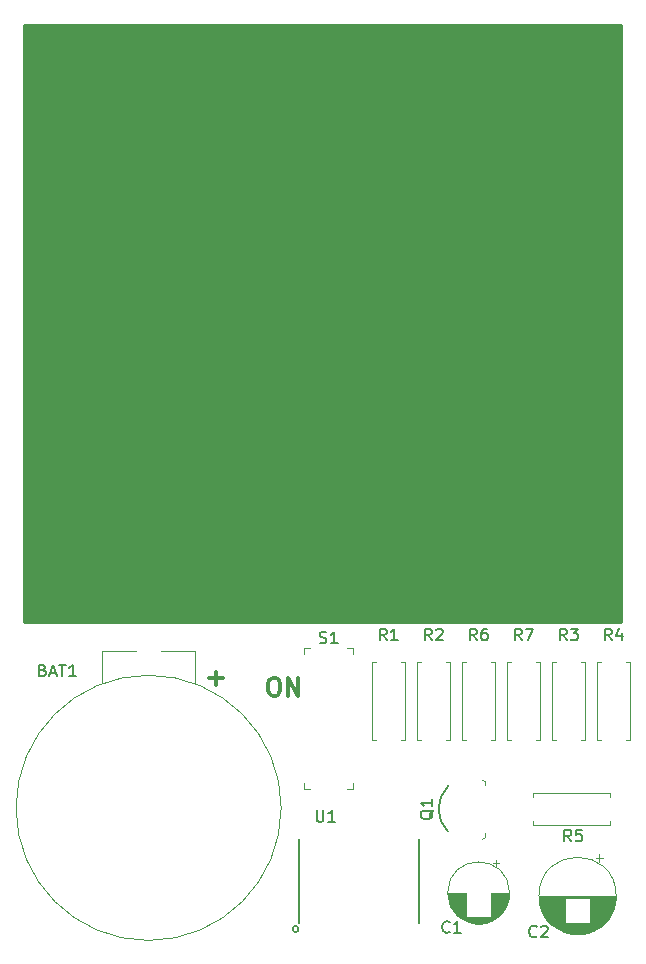
<source format=gto>
G04 #@! TF.GenerationSoftware,KiCad,Pcbnew,(5.0.2)-1*
G04 #@! TF.CreationDate,2019-01-01T16:04:13-08:00*
G04 #@! TF.ProjectId,555_Badge,3535355f-4261-4646-9765-2e6b69636164,v01*
G04 #@! TF.SameCoordinates,Original*
G04 #@! TF.FileFunction,Legend,Top*
G04 #@! TF.FilePolarity,Positive*
%FSLAX46Y46*%
G04 Gerber Fmt 4.6, Leading zero omitted, Abs format (unit mm)*
G04 Created by KiCad (PCBNEW (5.0.2)-1) date 1/1/2019 4:04:13 PM*
%MOMM*%
%LPD*%
G01*
G04 APERTURE LIST*
%ADD10C,0.300000*%
%ADD11C,0.100000*%
%ADD12C,0.120000*%
%ADD13C,0.150000*%
%ADD14C,0.203200*%
%ADD15C,0.254000*%
G04 APERTURE END LIST*
D10*
X149693428Y-103699571D02*
X149979142Y-103699571D01*
X150122000Y-103771000D01*
X150264857Y-103913857D01*
X150336285Y-104199571D01*
X150336285Y-104699571D01*
X150264857Y-104985285D01*
X150122000Y-105128142D01*
X149979142Y-105199571D01*
X149693428Y-105199571D01*
X149550571Y-105128142D01*
X149407714Y-104985285D01*
X149336285Y-104699571D01*
X149336285Y-104199571D01*
X149407714Y-103913857D01*
X149550571Y-103771000D01*
X149693428Y-103699571D01*
X150979142Y-105199571D02*
X150979142Y-103699571D01*
X151836285Y-105199571D01*
X151836285Y-103699571D01*
X144335571Y-103739142D02*
X145478428Y-103739142D01*
X144907000Y-104310571D02*
X144907000Y-103167714D01*
D11*
G04 #@! TO.C,BAT1*
X143103600Y-101396800D02*
X140258800Y-101396800D01*
X135280400Y-101396800D02*
X138125200Y-101396800D01*
X143103600Y-104140000D02*
X143103600Y-101396800D01*
X135280400Y-104140000D02*
X135280400Y-101396800D01*
X150418800Y-114706400D02*
G75*
G03X150418800Y-114706400I-11226800J0D01*
G01*
D12*
G04 #@! TO.C,C1*
X169752000Y-121904000D02*
G75*
G03X169752000Y-121904000I-2620000J0D01*
G01*
X166092000Y-121904000D02*
X164552000Y-121904000D01*
X169712000Y-121904000D02*
X168172000Y-121904000D01*
X166092000Y-121944000D02*
X164552000Y-121944000D01*
X169712000Y-121944000D02*
X168172000Y-121944000D01*
X169711000Y-121984000D02*
X168172000Y-121984000D01*
X166092000Y-121984000D02*
X164553000Y-121984000D01*
X169710000Y-122024000D02*
X168172000Y-122024000D01*
X166092000Y-122024000D02*
X164554000Y-122024000D01*
X169708000Y-122064000D02*
X168172000Y-122064000D01*
X166092000Y-122064000D02*
X164556000Y-122064000D01*
X169705000Y-122104000D02*
X168172000Y-122104000D01*
X166092000Y-122104000D02*
X164559000Y-122104000D01*
X169701000Y-122144000D02*
X168172000Y-122144000D01*
X166092000Y-122144000D02*
X164563000Y-122144000D01*
X169697000Y-122184000D02*
X168172000Y-122184000D01*
X166092000Y-122184000D02*
X164567000Y-122184000D01*
X169693000Y-122224000D02*
X168172000Y-122224000D01*
X166092000Y-122224000D02*
X164571000Y-122224000D01*
X169688000Y-122264000D02*
X168172000Y-122264000D01*
X166092000Y-122264000D02*
X164576000Y-122264000D01*
X169682000Y-122304000D02*
X168172000Y-122304000D01*
X166092000Y-122304000D02*
X164582000Y-122304000D01*
X169675000Y-122344000D02*
X168172000Y-122344000D01*
X166092000Y-122344000D02*
X164589000Y-122344000D01*
X169668000Y-122384000D02*
X168172000Y-122384000D01*
X166092000Y-122384000D02*
X164596000Y-122384000D01*
X169660000Y-122424000D02*
X168172000Y-122424000D01*
X166092000Y-122424000D02*
X164604000Y-122424000D01*
X169652000Y-122464000D02*
X168172000Y-122464000D01*
X166092000Y-122464000D02*
X164612000Y-122464000D01*
X169643000Y-122504000D02*
X168172000Y-122504000D01*
X166092000Y-122504000D02*
X164621000Y-122504000D01*
X169633000Y-122544000D02*
X168172000Y-122544000D01*
X166092000Y-122544000D02*
X164631000Y-122544000D01*
X169623000Y-122584000D02*
X168172000Y-122584000D01*
X166092000Y-122584000D02*
X164641000Y-122584000D01*
X169612000Y-122625000D02*
X168172000Y-122625000D01*
X166092000Y-122625000D02*
X164652000Y-122625000D01*
X169600000Y-122665000D02*
X168172000Y-122665000D01*
X166092000Y-122665000D02*
X164664000Y-122665000D01*
X169587000Y-122705000D02*
X168172000Y-122705000D01*
X166092000Y-122705000D02*
X164677000Y-122705000D01*
X169574000Y-122745000D02*
X168172000Y-122745000D01*
X166092000Y-122745000D02*
X164690000Y-122745000D01*
X169560000Y-122785000D02*
X168172000Y-122785000D01*
X166092000Y-122785000D02*
X164704000Y-122785000D01*
X169546000Y-122825000D02*
X168172000Y-122825000D01*
X166092000Y-122825000D02*
X164718000Y-122825000D01*
X169530000Y-122865000D02*
X168172000Y-122865000D01*
X166092000Y-122865000D02*
X164734000Y-122865000D01*
X169514000Y-122905000D02*
X168172000Y-122905000D01*
X166092000Y-122905000D02*
X164750000Y-122905000D01*
X169497000Y-122945000D02*
X168172000Y-122945000D01*
X166092000Y-122945000D02*
X164767000Y-122945000D01*
X169480000Y-122985000D02*
X168172000Y-122985000D01*
X166092000Y-122985000D02*
X164784000Y-122985000D01*
X169461000Y-123025000D02*
X168172000Y-123025000D01*
X166092000Y-123025000D02*
X164803000Y-123025000D01*
X169442000Y-123065000D02*
X168172000Y-123065000D01*
X166092000Y-123065000D02*
X164822000Y-123065000D01*
X169422000Y-123105000D02*
X168172000Y-123105000D01*
X166092000Y-123105000D02*
X164842000Y-123105000D01*
X169400000Y-123145000D02*
X168172000Y-123145000D01*
X166092000Y-123145000D02*
X164864000Y-123145000D01*
X169379000Y-123185000D02*
X168172000Y-123185000D01*
X166092000Y-123185000D02*
X164885000Y-123185000D01*
X169356000Y-123225000D02*
X168172000Y-123225000D01*
X166092000Y-123225000D02*
X164908000Y-123225000D01*
X169332000Y-123265000D02*
X168172000Y-123265000D01*
X166092000Y-123265000D02*
X164932000Y-123265000D01*
X169307000Y-123305000D02*
X168172000Y-123305000D01*
X166092000Y-123305000D02*
X164957000Y-123305000D01*
X169281000Y-123345000D02*
X168172000Y-123345000D01*
X166092000Y-123345000D02*
X164983000Y-123345000D01*
X169254000Y-123385000D02*
X168172000Y-123385000D01*
X166092000Y-123385000D02*
X165010000Y-123385000D01*
X169227000Y-123425000D02*
X168172000Y-123425000D01*
X166092000Y-123425000D02*
X165037000Y-123425000D01*
X169197000Y-123465000D02*
X168172000Y-123465000D01*
X166092000Y-123465000D02*
X165067000Y-123465000D01*
X169167000Y-123505000D02*
X168172000Y-123505000D01*
X166092000Y-123505000D02*
X165097000Y-123505000D01*
X169136000Y-123545000D02*
X168172000Y-123545000D01*
X166092000Y-123545000D02*
X165128000Y-123545000D01*
X169103000Y-123585000D02*
X168172000Y-123585000D01*
X166092000Y-123585000D02*
X165161000Y-123585000D01*
X169069000Y-123625000D02*
X168172000Y-123625000D01*
X166092000Y-123625000D02*
X165195000Y-123625000D01*
X169033000Y-123665000D02*
X168172000Y-123665000D01*
X166092000Y-123665000D02*
X165231000Y-123665000D01*
X168996000Y-123705000D02*
X168172000Y-123705000D01*
X166092000Y-123705000D02*
X165268000Y-123705000D01*
X168958000Y-123745000D02*
X168172000Y-123745000D01*
X166092000Y-123745000D02*
X165306000Y-123745000D01*
X168917000Y-123785000D02*
X168172000Y-123785000D01*
X166092000Y-123785000D02*
X165347000Y-123785000D01*
X168875000Y-123825000D02*
X168172000Y-123825000D01*
X166092000Y-123825000D02*
X165389000Y-123825000D01*
X168831000Y-123865000D02*
X168172000Y-123865000D01*
X166092000Y-123865000D02*
X165433000Y-123865000D01*
X168785000Y-123905000D02*
X168172000Y-123905000D01*
X166092000Y-123905000D02*
X165479000Y-123905000D01*
X168737000Y-123945000D02*
X165527000Y-123945000D01*
X168686000Y-123985000D02*
X165578000Y-123985000D01*
X168632000Y-124025000D02*
X165632000Y-124025000D01*
X168575000Y-124065000D02*
X165689000Y-124065000D01*
X168515000Y-124105000D02*
X165749000Y-124105000D01*
X168451000Y-124145000D02*
X165813000Y-124145000D01*
X168383000Y-124185000D02*
X165881000Y-124185000D01*
X168310000Y-124225000D02*
X165954000Y-124225000D01*
X168230000Y-124265000D02*
X166034000Y-124265000D01*
X168143000Y-124305000D02*
X166121000Y-124305000D01*
X168047000Y-124345000D02*
X166217000Y-124345000D01*
X167937000Y-124385000D02*
X166327000Y-124385000D01*
X167809000Y-124425000D02*
X166455000Y-124425000D01*
X167650000Y-124465000D02*
X166614000Y-124465000D01*
X167416000Y-124505000D02*
X166848000Y-124505000D01*
X168607000Y-119099225D02*
X168607000Y-119599225D01*
X168857000Y-119349225D02*
X168357000Y-119349225D01*
G04 #@! TO.C,C2*
X178784000Y-122154000D02*
G75*
G03X178784000Y-122154000I-3270000J0D01*
G01*
X178744000Y-122154000D02*
X172284000Y-122154000D01*
X178744000Y-122194000D02*
X172284000Y-122194000D01*
X178744000Y-122234000D02*
X172284000Y-122234000D01*
X178742000Y-122274000D02*
X172286000Y-122274000D01*
X178741000Y-122314000D02*
X172287000Y-122314000D01*
X178738000Y-122354000D02*
X172290000Y-122354000D01*
X178736000Y-122394000D02*
X176554000Y-122394000D01*
X174474000Y-122394000D02*
X172292000Y-122394000D01*
X178732000Y-122434000D02*
X176554000Y-122434000D01*
X174474000Y-122434000D02*
X172296000Y-122434000D01*
X178729000Y-122474000D02*
X176554000Y-122474000D01*
X174474000Y-122474000D02*
X172299000Y-122474000D01*
X178725000Y-122514000D02*
X176554000Y-122514000D01*
X174474000Y-122514000D02*
X172303000Y-122514000D01*
X178720000Y-122554000D02*
X176554000Y-122554000D01*
X174474000Y-122554000D02*
X172308000Y-122554000D01*
X178715000Y-122594000D02*
X176554000Y-122594000D01*
X174474000Y-122594000D02*
X172313000Y-122594000D01*
X178709000Y-122634000D02*
X176554000Y-122634000D01*
X174474000Y-122634000D02*
X172319000Y-122634000D01*
X178703000Y-122674000D02*
X176554000Y-122674000D01*
X174474000Y-122674000D02*
X172325000Y-122674000D01*
X178696000Y-122714000D02*
X176554000Y-122714000D01*
X174474000Y-122714000D02*
X172332000Y-122714000D01*
X178689000Y-122754000D02*
X176554000Y-122754000D01*
X174474000Y-122754000D02*
X172339000Y-122754000D01*
X178681000Y-122794000D02*
X176554000Y-122794000D01*
X174474000Y-122794000D02*
X172347000Y-122794000D01*
X178673000Y-122834000D02*
X176554000Y-122834000D01*
X174474000Y-122834000D02*
X172355000Y-122834000D01*
X178664000Y-122875000D02*
X176554000Y-122875000D01*
X174474000Y-122875000D02*
X172364000Y-122875000D01*
X178655000Y-122915000D02*
X176554000Y-122915000D01*
X174474000Y-122915000D02*
X172373000Y-122915000D01*
X178645000Y-122955000D02*
X176554000Y-122955000D01*
X174474000Y-122955000D02*
X172383000Y-122955000D01*
X178635000Y-122995000D02*
X176554000Y-122995000D01*
X174474000Y-122995000D02*
X172393000Y-122995000D01*
X178624000Y-123035000D02*
X176554000Y-123035000D01*
X174474000Y-123035000D02*
X172404000Y-123035000D01*
X178612000Y-123075000D02*
X176554000Y-123075000D01*
X174474000Y-123075000D02*
X172416000Y-123075000D01*
X178600000Y-123115000D02*
X176554000Y-123115000D01*
X174474000Y-123115000D02*
X172428000Y-123115000D01*
X178588000Y-123155000D02*
X176554000Y-123155000D01*
X174474000Y-123155000D02*
X172440000Y-123155000D01*
X178575000Y-123195000D02*
X176554000Y-123195000D01*
X174474000Y-123195000D02*
X172453000Y-123195000D01*
X178561000Y-123235000D02*
X176554000Y-123235000D01*
X174474000Y-123235000D02*
X172467000Y-123235000D01*
X178547000Y-123275000D02*
X176554000Y-123275000D01*
X174474000Y-123275000D02*
X172481000Y-123275000D01*
X178532000Y-123315000D02*
X176554000Y-123315000D01*
X174474000Y-123315000D02*
X172496000Y-123315000D01*
X178516000Y-123355000D02*
X176554000Y-123355000D01*
X174474000Y-123355000D02*
X172512000Y-123355000D01*
X178500000Y-123395000D02*
X176554000Y-123395000D01*
X174474000Y-123395000D02*
X172528000Y-123395000D01*
X178484000Y-123435000D02*
X176554000Y-123435000D01*
X174474000Y-123435000D02*
X172544000Y-123435000D01*
X178466000Y-123475000D02*
X176554000Y-123475000D01*
X174474000Y-123475000D02*
X172562000Y-123475000D01*
X178448000Y-123515000D02*
X176554000Y-123515000D01*
X174474000Y-123515000D02*
X172580000Y-123515000D01*
X178430000Y-123555000D02*
X176554000Y-123555000D01*
X174474000Y-123555000D02*
X172598000Y-123555000D01*
X178410000Y-123595000D02*
X176554000Y-123595000D01*
X174474000Y-123595000D02*
X172618000Y-123595000D01*
X178390000Y-123635000D02*
X176554000Y-123635000D01*
X174474000Y-123635000D02*
X172638000Y-123635000D01*
X178370000Y-123675000D02*
X176554000Y-123675000D01*
X174474000Y-123675000D02*
X172658000Y-123675000D01*
X178348000Y-123715000D02*
X176554000Y-123715000D01*
X174474000Y-123715000D02*
X172680000Y-123715000D01*
X178326000Y-123755000D02*
X176554000Y-123755000D01*
X174474000Y-123755000D02*
X172702000Y-123755000D01*
X178304000Y-123795000D02*
X176554000Y-123795000D01*
X174474000Y-123795000D02*
X172724000Y-123795000D01*
X178280000Y-123835000D02*
X176554000Y-123835000D01*
X174474000Y-123835000D02*
X172748000Y-123835000D01*
X178256000Y-123875000D02*
X176554000Y-123875000D01*
X174474000Y-123875000D02*
X172772000Y-123875000D01*
X178230000Y-123915000D02*
X176554000Y-123915000D01*
X174474000Y-123915000D02*
X172798000Y-123915000D01*
X178204000Y-123955000D02*
X176554000Y-123955000D01*
X174474000Y-123955000D02*
X172824000Y-123955000D01*
X178178000Y-123995000D02*
X176554000Y-123995000D01*
X174474000Y-123995000D02*
X172850000Y-123995000D01*
X178150000Y-124035000D02*
X176554000Y-124035000D01*
X174474000Y-124035000D02*
X172878000Y-124035000D01*
X178121000Y-124075000D02*
X176554000Y-124075000D01*
X174474000Y-124075000D02*
X172907000Y-124075000D01*
X178092000Y-124115000D02*
X176554000Y-124115000D01*
X174474000Y-124115000D02*
X172936000Y-124115000D01*
X178062000Y-124155000D02*
X176554000Y-124155000D01*
X174474000Y-124155000D02*
X172966000Y-124155000D01*
X178030000Y-124195000D02*
X176554000Y-124195000D01*
X174474000Y-124195000D02*
X172998000Y-124195000D01*
X177998000Y-124235000D02*
X176554000Y-124235000D01*
X174474000Y-124235000D02*
X173030000Y-124235000D01*
X177964000Y-124275000D02*
X176554000Y-124275000D01*
X174474000Y-124275000D02*
X173064000Y-124275000D01*
X177930000Y-124315000D02*
X176554000Y-124315000D01*
X174474000Y-124315000D02*
X173098000Y-124315000D01*
X177894000Y-124355000D02*
X176554000Y-124355000D01*
X174474000Y-124355000D02*
X173134000Y-124355000D01*
X177857000Y-124395000D02*
X176554000Y-124395000D01*
X174474000Y-124395000D02*
X173171000Y-124395000D01*
X177819000Y-124435000D02*
X176554000Y-124435000D01*
X174474000Y-124435000D02*
X173209000Y-124435000D01*
X177779000Y-124475000D02*
X173249000Y-124475000D01*
X177738000Y-124515000D02*
X173290000Y-124515000D01*
X177696000Y-124555000D02*
X173332000Y-124555000D01*
X177651000Y-124595000D02*
X173377000Y-124595000D01*
X177606000Y-124635000D02*
X173422000Y-124635000D01*
X177558000Y-124675000D02*
X173470000Y-124675000D01*
X177509000Y-124715000D02*
X173519000Y-124715000D01*
X177458000Y-124755000D02*
X173570000Y-124755000D01*
X177404000Y-124795000D02*
X173624000Y-124795000D01*
X177348000Y-124835000D02*
X173680000Y-124835000D01*
X177290000Y-124875000D02*
X173738000Y-124875000D01*
X177228000Y-124915000D02*
X173800000Y-124915000D01*
X177164000Y-124955000D02*
X173864000Y-124955000D01*
X177095000Y-124995000D02*
X173933000Y-124995000D01*
X177023000Y-125035000D02*
X174005000Y-125035000D01*
X176946000Y-125075000D02*
X174082000Y-125075000D01*
X176864000Y-125115000D02*
X174164000Y-125115000D01*
X176776000Y-125155000D02*
X174252000Y-125155000D01*
X176679000Y-125195000D02*
X174349000Y-125195000D01*
X176573000Y-125235000D02*
X174455000Y-125235000D01*
X176454000Y-125275000D02*
X174574000Y-125275000D01*
X176316000Y-125315000D02*
X174712000Y-125315000D01*
X176147000Y-125355000D02*
X174881000Y-125355000D01*
X175916000Y-125395000D02*
X175112000Y-125395000D01*
X177353000Y-118653759D02*
X177353000Y-119283759D01*
X177668000Y-118968759D02*
X177038000Y-118968759D01*
G04 #@! TO.C,D1*
X146495392Y-71987665D02*
G75*
G03X146338484Y-75220000I1078608J-1672335D01*
G01*
X148652608Y-71987665D02*
G75*
G02X148809516Y-75220000I-1078608J-1672335D01*
G01*
X146494163Y-72618870D02*
G75*
G03X146494000Y-74700961I1079837J-1041130D01*
G01*
X148653837Y-72618870D02*
G75*
G02X148654000Y-74700961I-1079837J-1041130D01*
G01*
X146338000Y-75220000D02*
X146494000Y-75220000D01*
X148654000Y-75220000D02*
X148810000Y-75220000D01*
G04 #@! TO.C,D2*
X161354000Y-75220000D02*
X161510000Y-75220000D01*
X159038000Y-75220000D02*
X159194000Y-75220000D01*
X161353837Y-72618870D02*
G75*
G02X161354000Y-74700961I-1079837J-1041130D01*
G01*
X159194163Y-72618870D02*
G75*
G03X159194000Y-74700961I1079837J-1041130D01*
G01*
X161352608Y-71987665D02*
G75*
G02X161509516Y-75220000I-1078608J-1672335D01*
G01*
X159195392Y-71987665D02*
G75*
G03X159038484Y-75220000I1078608J-1672335D01*
G01*
D13*
G04 #@! TO.C,Q1*
X164566000Y-112858000D02*
G75*
G03X164516000Y-116708000I1900000J-1950000D01*
G01*
D11*
X167716000Y-112458000D02*
X167416000Y-112308000D01*
X167716000Y-112458000D02*
X167716000Y-112758000D01*
X167716000Y-116858000D02*
X167716000Y-117158000D01*
X167716000Y-117158000D02*
X167416000Y-117308000D01*
D12*
G04 #@! TO.C,R1*
X160552000Y-102394000D02*
X160882000Y-102394000D01*
X160882000Y-102394000D02*
X160882000Y-108934000D01*
X160882000Y-108934000D02*
X160552000Y-108934000D01*
X158472000Y-102394000D02*
X158142000Y-102394000D01*
X158142000Y-102394000D02*
X158142000Y-108934000D01*
X158142000Y-108934000D02*
X158472000Y-108934000D01*
G04 #@! TO.C,R2*
X164692000Y-102394000D02*
X164362000Y-102394000D01*
X164692000Y-108934000D02*
X164692000Y-102394000D01*
X164362000Y-108934000D02*
X164692000Y-108934000D01*
X161952000Y-102394000D02*
X162282000Y-102394000D01*
X161952000Y-108934000D02*
X161952000Y-102394000D01*
X162282000Y-108934000D02*
X161952000Y-108934000D01*
G04 #@! TO.C,R3*
X173712000Y-108934000D02*
X173382000Y-108934000D01*
X173382000Y-108934000D02*
X173382000Y-102394000D01*
X173382000Y-102394000D02*
X173712000Y-102394000D01*
X175792000Y-108934000D02*
X176122000Y-108934000D01*
X176122000Y-108934000D02*
X176122000Y-102394000D01*
X176122000Y-102394000D02*
X175792000Y-102394000D01*
G04 #@! TO.C,R4*
X179602000Y-102394000D02*
X179932000Y-102394000D01*
X179932000Y-102394000D02*
X179932000Y-108934000D01*
X179932000Y-108934000D02*
X179602000Y-108934000D01*
X177522000Y-102394000D02*
X177192000Y-102394000D01*
X177192000Y-102394000D02*
X177192000Y-108934000D01*
X177192000Y-108934000D02*
X177522000Y-108934000D01*
G04 #@! TO.C,R5*
X178276000Y-116178000D02*
X178276000Y-115848000D01*
X171736000Y-116178000D02*
X178276000Y-116178000D01*
X171736000Y-115848000D02*
X171736000Y-116178000D01*
X178276000Y-113438000D02*
X178276000Y-113768000D01*
X171736000Y-113438000D02*
X178276000Y-113438000D01*
X171736000Y-113768000D02*
X171736000Y-113438000D01*
G04 #@! TO.C,R6*
X166092000Y-108934000D02*
X165762000Y-108934000D01*
X165762000Y-108934000D02*
X165762000Y-102394000D01*
X165762000Y-102394000D02*
X166092000Y-102394000D01*
X168172000Y-108934000D02*
X168502000Y-108934000D01*
X168502000Y-108934000D02*
X168502000Y-102394000D01*
X168502000Y-102394000D02*
X168172000Y-102394000D01*
G04 #@! TO.C,R7*
X172312000Y-102394000D02*
X171982000Y-102394000D01*
X172312000Y-108934000D02*
X172312000Y-102394000D01*
X171982000Y-108934000D02*
X172312000Y-108934000D01*
X169572000Y-102394000D02*
X169902000Y-102394000D01*
X169572000Y-108934000D02*
X169572000Y-102394000D01*
X169902000Y-108934000D02*
X169572000Y-108934000D01*
D11*
G04 #@! TO.C,S1*
X156532000Y-101174000D02*
X156532000Y-101674000D01*
X156532000Y-101174000D02*
X156032000Y-101174000D01*
X156532000Y-113074000D02*
X156532000Y-112574000D01*
X156532000Y-113074000D02*
X156032000Y-113074000D01*
X152332000Y-113074000D02*
X152332000Y-112574000D01*
X152332000Y-113074000D02*
X152832000Y-113074000D01*
X152332000Y-101174000D02*
X152832000Y-101174000D01*
X152332000Y-101174000D02*
X152332000Y-101674000D01*
D14*
G04 #@! TO.C,U1*
X151892000Y-124968000D02*
G75*
G03X151892000Y-124968000I-254000J0D01*
G01*
X162052000Y-124460000D02*
X162052000Y-117348000D01*
X151892000Y-124460000D02*
X151892000Y-117348000D01*
G04 #@! TO.C,BAT1*
D13*
X130230714Y-103052571D02*
X130373571Y-103100190D01*
X130421190Y-103147809D01*
X130468809Y-103243047D01*
X130468809Y-103385904D01*
X130421190Y-103481142D01*
X130373571Y-103528761D01*
X130278333Y-103576380D01*
X129897380Y-103576380D01*
X129897380Y-102576380D01*
X130230714Y-102576380D01*
X130325952Y-102624000D01*
X130373571Y-102671619D01*
X130421190Y-102766857D01*
X130421190Y-102862095D01*
X130373571Y-102957333D01*
X130325952Y-103004952D01*
X130230714Y-103052571D01*
X129897380Y-103052571D01*
X130849761Y-103290666D02*
X131325952Y-103290666D01*
X130754523Y-103576380D02*
X131087857Y-102576380D01*
X131421190Y-103576380D01*
X131611666Y-102576380D02*
X132183095Y-102576380D01*
X131897380Y-103576380D02*
X131897380Y-102576380D01*
X133040238Y-103576380D02*
X132468809Y-103576380D01*
X132754523Y-103576380D02*
X132754523Y-102576380D01*
X132659285Y-102719238D01*
X132564047Y-102814476D01*
X132468809Y-102862095D01*
G04 #@! TO.C,C1*
X164679333Y-125198142D02*
X164631714Y-125245761D01*
X164488857Y-125293380D01*
X164393619Y-125293380D01*
X164250761Y-125245761D01*
X164155523Y-125150523D01*
X164107904Y-125055285D01*
X164060285Y-124864809D01*
X164060285Y-124721952D01*
X164107904Y-124531476D01*
X164155523Y-124436238D01*
X164250761Y-124341000D01*
X164393619Y-124293380D01*
X164488857Y-124293380D01*
X164631714Y-124341000D01*
X164679333Y-124388619D01*
X165631714Y-125293380D02*
X165060285Y-125293380D01*
X165346000Y-125293380D02*
X165346000Y-124293380D01*
X165250761Y-124436238D01*
X165155523Y-124531476D01*
X165060285Y-124579095D01*
G04 #@! TO.C,C2*
X172045333Y-125579142D02*
X171997714Y-125626761D01*
X171854857Y-125674380D01*
X171759619Y-125674380D01*
X171616761Y-125626761D01*
X171521523Y-125531523D01*
X171473904Y-125436285D01*
X171426285Y-125245809D01*
X171426285Y-125102952D01*
X171473904Y-124912476D01*
X171521523Y-124817238D01*
X171616761Y-124722000D01*
X171759619Y-124674380D01*
X171854857Y-124674380D01*
X171997714Y-124722000D01*
X172045333Y-124769619D01*
X172426285Y-124769619D02*
X172473904Y-124722000D01*
X172569142Y-124674380D01*
X172807238Y-124674380D01*
X172902476Y-124722000D01*
X172950095Y-124769619D01*
X172997714Y-124864857D01*
X172997714Y-124960095D01*
X172950095Y-125102952D01*
X172378666Y-125674380D01*
X172997714Y-125674380D01*
G04 #@! TO.C,D1*
X146835904Y-70937380D02*
X146835904Y-69937380D01*
X147074000Y-69937380D01*
X147216857Y-69985000D01*
X147312095Y-70080238D01*
X147359714Y-70175476D01*
X147407333Y-70365952D01*
X147407333Y-70508809D01*
X147359714Y-70699285D01*
X147312095Y-70794523D01*
X147216857Y-70889761D01*
X147074000Y-70937380D01*
X146835904Y-70937380D01*
X148359714Y-70937380D02*
X147788285Y-70937380D01*
X148074000Y-70937380D02*
X148074000Y-69937380D01*
X147978761Y-70080238D01*
X147883523Y-70175476D01*
X147788285Y-70223095D01*
G04 #@! TO.C,D2*
X159535904Y-70937380D02*
X159535904Y-69937380D01*
X159774000Y-69937380D01*
X159916857Y-69985000D01*
X160012095Y-70080238D01*
X160059714Y-70175476D01*
X160107333Y-70365952D01*
X160107333Y-70508809D01*
X160059714Y-70699285D01*
X160012095Y-70794523D01*
X159916857Y-70889761D01*
X159774000Y-70937380D01*
X159535904Y-70937380D01*
X160488285Y-70032619D02*
X160535904Y-69985000D01*
X160631142Y-69937380D01*
X160869238Y-69937380D01*
X160964476Y-69985000D01*
X161012095Y-70032619D01*
X161059714Y-70127857D01*
X161059714Y-70223095D01*
X161012095Y-70365952D01*
X160440666Y-70937380D01*
X161059714Y-70937380D01*
G04 #@! TO.C,Q1*
X163313619Y-114903238D02*
X163266000Y-114998476D01*
X163170761Y-115093714D01*
X163027904Y-115236571D01*
X162980285Y-115331809D01*
X162980285Y-115427047D01*
X163218380Y-115379428D02*
X163170761Y-115474666D01*
X163075523Y-115569904D01*
X162885047Y-115617523D01*
X162551714Y-115617523D01*
X162361238Y-115569904D01*
X162266000Y-115474666D01*
X162218380Y-115379428D01*
X162218380Y-115188952D01*
X162266000Y-115093714D01*
X162361238Y-114998476D01*
X162551714Y-114950857D01*
X162885047Y-114950857D01*
X163075523Y-114998476D01*
X163170761Y-115093714D01*
X163218380Y-115188952D01*
X163218380Y-115379428D01*
X163218380Y-113998476D02*
X163218380Y-114569904D01*
X163218380Y-114284190D02*
X162218380Y-114284190D01*
X162361238Y-114379428D01*
X162456476Y-114474666D01*
X162504095Y-114569904D01*
G04 #@! TO.C,R1*
X159345333Y-100528380D02*
X159012000Y-100052190D01*
X158773904Y-100528380D02*
X158773904Y-99528380D01*
X159154857Y-99528380D01*
X159250095Y-99576000D01*
X159297714Y-99623619D01*
X159345333Y-99718857D01*
X159345333Y-99861714D01*
X159297714Y-99956952D01*
X159250095Y-100004571D01*
X159154857Y-100052190D01*
X158773904Y-100052190D01*
X160297714Y-100528380D02*
X159726285Y-100528380D01*
X160012000Y-100528380D02*
X160012000Y-99528380D01*
X159916761Y-99671238D01*
X159821523Y-99766476D01*
X159726285Y-99814095D01*
G04 #@! TO.C,R2*
X163155333Y-100528380D02*
X162822000Y-100052190D01*
X162583904Y-100528380D02*
X162583904Y-99528380D01*
X162964857Y-99528380D01*
X163060095Y-99576000D01*
X163107714Y-99623619D01*
X163155333Y-99718857D01*
X163155333Y-99861714D01*
X163107714Y-99956952D01*
X163060095Y-100004571D01*
X162964857Y-100052190D01*
X162583904Y-100052190D01*
X163536285Y-99623619D02*
X163583904Y-99576000D01*
X163679142Y-99528380D01*
X163917238Y-99528380D01*
X164012476Y-99576000D01*
X164060095Y-99623619D01*
X164107714Y-99718857D01*
X164107714Y-99814095D01*
X164060095Y-99956952D01*
X163488666Y-100528380D01*
X164107714Y-100528380D01*
G04 #@! TO.C,R3*
X174585333Y-100528380D02*
X174252000Y-100052190D01*
X174013904Y-100528380D02*
X174013904Y-99528380D01*
X174394857Y-99528380D01*
X174490095Y-99576000D01*
X174537714Y-99623619D01*
X174585333Y-99718857D01*
X174585333Y-99861714D01*
X174537714Y-99956952D01*
X174490095Y-100004571D01*
X174394857Y-100052190D01*
X174013904Y-100052190D01*
X174918666Y-99528380D02*
X175537714Y-99528380D01*
X175204380Y-99909333D01*
X175347238Y-99909333D01*
X175442476Y-99956952D01*
X175490095Y-100004571D01*
X175537714Y-100099809D01*
X175537714Y-100337904D01*
X175490095Y-100433142D01*
X175442476Y-100480761D01*
X175347238Y-100528380D01*
X175061523Y-100528380D01*
X174966285Y-100480761D01*
X174918666Y-100433142D01*
G04 #@! TO.C,R4*
X178395333Y-100528380D02*
X178062000Y-100052190D01*
X177823904Y-100528380D02*
X177823904Y-99528380D01*
X178204857Y-99528380D01*
X178300095Y-99576000D01*
X178347714Y-99623619D01*
X178395333Y-99718857D01*
X178395333Y-99861714D01*
X178347714Y-99956952D01*
X178300095Y-100004571D01*
X178204857Y-100052190D01*
X177823904Y-100052190D01*
X179252476Y-99861714D02*
X179252476Y-100528380D01*
X179014380Y-99480761D02*
X178776285Y-100195047D01*
X179395333Y-100195047D01*
G04 #@! TO.C,R5*
X174966333Y-117546380D02*
X174633000Y-117070190D01*
X174394904Y-117546380D02*
X174394904Y-116546380D01*
X174775857Y-116546380D01*
X174871095Y-116594000D01*
X174918714Y-116641619D01*
X174966333Y-116736857D01*
X174966333Y-116879714D01*
X174918714Y-116974952D01*
X174871095Y-117022571D01*
X174775857Y-117070190D01*
X174394904Y-117070190D01*
X175871095Y-116546380D02*
X175394904Y-116546380D01*
X175347285Y-117022571D01*
X175394904Y-116974952D01*
X175490142Y-116927333D01*
X175728238Y-116927333D01*
X175823476Y-116974952D01*
X175871095Y-117022571D01*
X175918714Y-117117809D01*
X175918714Y-117355904D01*
X175871095Y-117451142D01*
X175823476Y-117498761D01*
X175728238Y-117546380D01*
X175490142Y-117546380D01*
X175394904Y-117498761D01*
X175347285Y-117451142D01*
G04 #@! TO.C,R6*
X166965333Y-100528380D02*
X166632000Y-100052190D01*
X166393904Y-100528380D02*
X166393904Y-99528380D01*
X166774857Y-99528380D01*
X166870095Y-99576000D01*
X166917714Y-99623619D01*
X166965333Y-99718857D01*
X166965333Y-99861714D01*
X166917714Y-99956952D01*
X166870095Y-100004571D01*
X166774857Y-100052190D01*
X166393904Y-100052190D01*
X167822476Y-99528380D02*
X167632000Y-99528380D01*
X167536761Y-99576000D01*
X167489142Y-99623619D01*
X167393904Y-99766476D01*
X167346285Y-99956952D01*
X167346285Y-100337904D01*
X167393904Y-100433142D01*
X167441523Y-100480761D01*
X167536761Y-100528380D01*
X167727238Y-100528380D01*
X167822476Y-100480761D01*
X167870095Y-100433142D01*
X167917714Y-100337904D01*
X167917714Y-100099809D01*
X167870095Y-100004571D01*
X167822476Y-99956952D01*
X167727238Y-99909333D01*
X167536761Y-99909333D01*
X167441523Y-99956952D01*
X167393904Y-100004571D01*
X167346285Y-100099809D01*
G04 #@! TO.C,R7*
X170775333Y-100528380D02*
X170442000Y-100052190D01*
X170203904Y-100528380D02*
X170203904Y-99528380D01*
X170584857Y-99528380D01*
X170680095Y-99576000D01*
X170727714Y-99623619D01*
X170775333Y-99718857D01*
X170775333Y-99861714D01*
X170727714Y-99956952D01*
X170680095Y-100004571D01*
X170584857Y-100052190D01*
X170203904Y-100052190D01*
X171108666Y-99528380D02*
X171775333Y-99528380D01*
X171346761Y-100528380D01*
G04 #@! TO.C,S1*
X153670095Y-100734761D02*
X153812952Y-100782380D01*
X154051047Y-100782380D01*
X154146285Y-100734761D01*
X154193904Y-100687142D01*
X154241523Y-100591904D01*
X154241523Y-100496666D01*
X154193904Y-100401428D01*
X154146285Y-100353809D01*
X154051047Y-100306190D01*
X153860571Y-100258571D01*
X153765333Y-100210952D01*
X153717714Y-100163333D01*
X153670095Y-100068095D01*
X153670095Y-99972857D01*
X153717714Y-99877619D01*
X153765333Y-99830000D01*
X153860571Y-99782380D01*
X154098666Y-99782380D01*
X154241523Y-99830000D01*
X155193904Y-100782380D02*
X154622476Y-100782380D01*
X154908190Y-100782380D02*
X154908190Y-99782380D01*
X154812952Y-99925238D01*
X154717714Y-100020476D01*
X154622476Y-100068095D01*
G04 #@! TO.C,U1*
X153416095Y-114895380D02*
X153416095Y-115704904D01*
X153463714Y-115800142D01*
X153511333Y-115847761D01*
X153606571Y-115895380D01*
X153797047Y-115895380D01*
X153892285Y-115847761D01*
X153939904Y-115800142D01*
X153987523Y-115704904D01*
X153987523Y-114895380D01*
X154987523Y-115895380D02*
X154416095Y-115895380D01*
X154701809Y-115895380D02*
X154701809Y-114895380D01*
X154606571Y-115038238D01*
X154511333Y-115133476D01*
X154416095Y-115181095D01*
G04 #@! TD*
D15*
G36*
X179197000Y-98933000D02*
X128651000Y-98933000D01*
X128651000Y-48387000D01*
X179197000Y-48387000D01*
X179197000Y-98933000D01*
X179197000Y-98933000D01*
G37*
X179197000Y-98933000D02*
X128651000Y-98933000D01*
X128651000Y-48387000D01*
X179197000Y-48387000D01*
X179197000Y-98933000D01*
M02*

</source>
